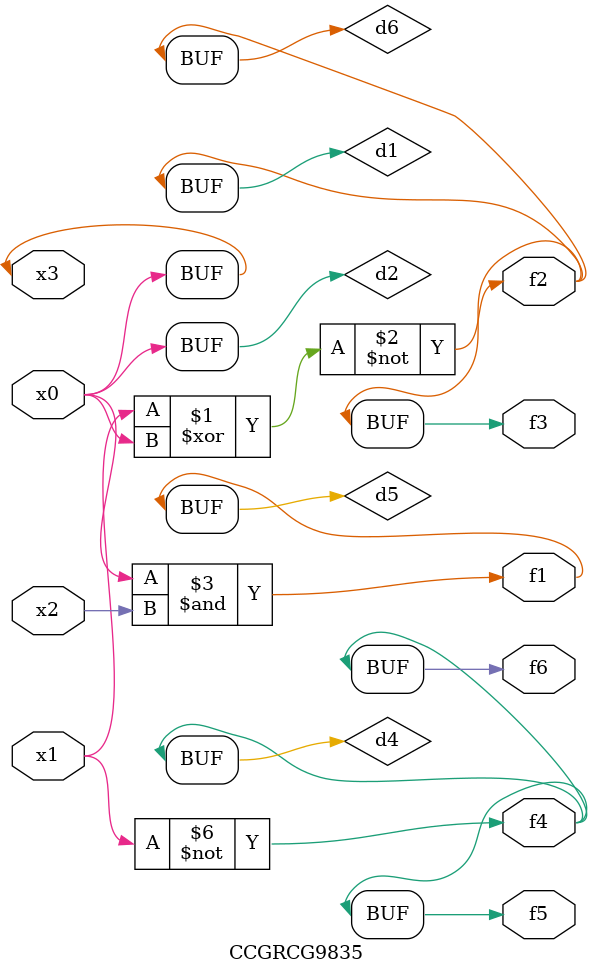
<source format=v>
module CCGRCG9835(
	input x0, x1, x2, x3,
	output f1, f2, f3, f4, f5, f6
);

	wire d1, d2, d3, d4, d5, d6;

	xnor (d1, x1, x3);
	buf (d2, x0, x3);
	nand (d3, x0, x2);
	not (d4, x1);
	nand (d5, d3);
	or (d6, d1);
	assign f1 = d5;
	assign f2 = d6;
	assign f3 = d6;
	assign f4 = d4;
	assign f5 = d4;
	assign f6 = d4;
endmodule

</source>
